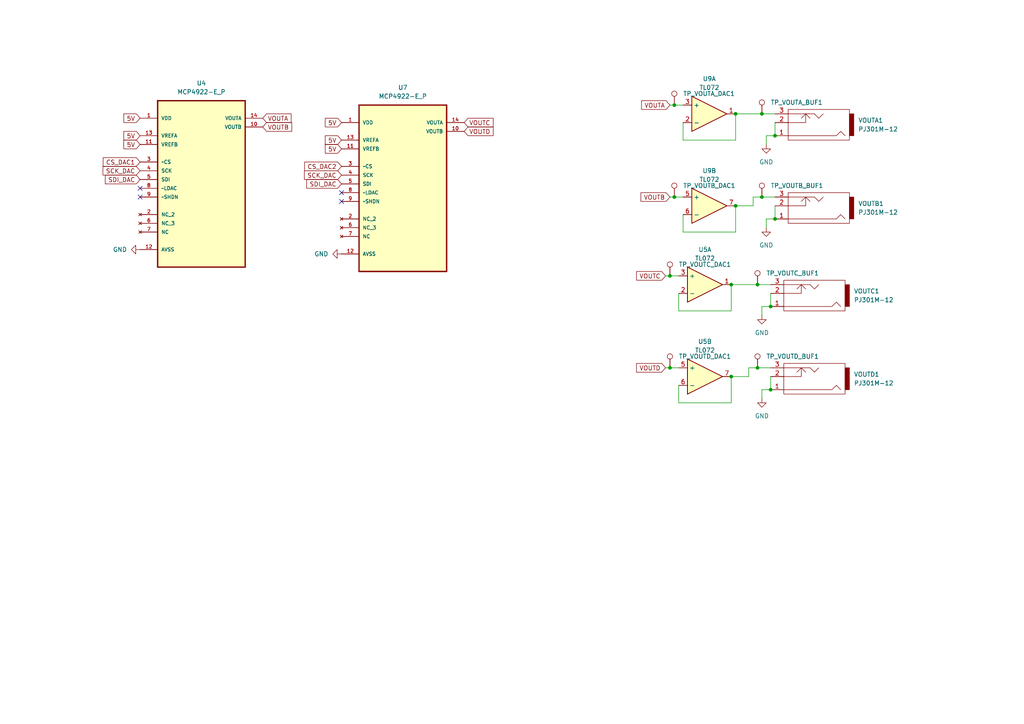
<source format=kicad_sch>
(kicad_sch (version 20231120) (generator "eeschema") (generator_version "8.0")
  (paper "A4")
  (lib_symbols
    (symbol "Connector:TestPoint" (pin_numbers hide) (pin_names (offset 0.762) hide)
      (property "Reference" "TP" (at 0 6.858 0))
      (property "Value" "TestPoint" (at 0 5.08 0))
      (symbol "TestPoint_0_1"
        (circle (center 0 3.302) (radius 0.762))
      )
      (symbol "TestPoint_1_1"
        (pin passive line (at 0 0 90) (length 2.54) (name "1") (number "1"))
      )
    )
    (symbol "MCP4922:MCP4922-E_P" (pin_names (offset 1.016))
      (property "Reference" "U" (at -4.5299 22.7766 0))
      (property "Value" "MCP4922-E_P" (at -6.1723 -32.2075 0))
      (symbol "MCP4922-E_P_0_0"
        (rectangle (start -12.7 -27.94) (end 12.7 20.32) (stroke (width 0.4064)) (fill (type background)))
        (pin power_in line (at -17.78 15.24 0) (length 5.08) (name "VDD") (number "1"))
        (pin output line (at 17.78 12.7 180) (length 5.08) (name "VOUTB") (number "10"))
        (pin input line (at -17.78 7.62 0) (length 5.08) (name "VREFB") (number "11"))
        (pin power_in line (at -17.78 -22.86 0) (length 5.08) (name "AVSS") (number "12"))
        (pin input line (at -17.78 10.16 0) (length 5.08) (name "VREFA") (number "13"))
        (pin output line (at 17.78 15.24 180) (length 5.08) (name "VOUTA") (number "14"))
        (pin no_connect line (at -17.78 -12.7 0) (length 5.08) (name "NC_2") (number "2"))
        (pin input line (at -17.78 2.54 0) (length 5.08) (name "~CS") (number "3"))
        (pin input line (at -17.78 0 0) (length 5.08) (name "SCK") (number "4"))
        (pin input line (at -17.78 -2.54 0) (length 5.08) (name "SDI") (number "5"))
        (pin no_connect line (at -17.78 -15.24 0) (length 5.08) (name "NC_3") (number "6"))
        (pin no_connect line (at -17.78 -17.78 0) (length 5.08) (name "NC") (number "7"))
        (pin input line (at -17.78 -5.08 0) (length 5.08) (name "~LDAC") (number "8"))
        (pin input line (at -17.78 -7.62 0) (length 5.08) (name "~SHDN") (number "9"))
      )
    )
    (symbol "PCM_4ms_IC:TL072"
      (property "Reference" "U" (at 2.54 5.08 0))
      (property "Value" "TL072" (at 2.54 -3.81 0))
      (symbol "TL072_1_1"
        (polyline (pts (xy -5.08 5.08) (xy 5.08 0) (xy -5.08 -5.08) (xy -5.08 5.08)) (stroke (width 0.254)) (fill (type background)))
        (pin output line (at 7.62 0 180) (length 2.54) (name "~") (number "1"))
        (pin input line (at -7.62 -2.54 0) (length 2.54) (name "-") (number "2"))
        (pin input line (at -7.62 2.54 0) (length 2.54) (name "+") (number "3"))
      )
      (symbol "TL072_2_1"
        (polyline (pts (xy -5.08 5.08) (xy 5.08 0) (xy -5.08 -5.08) (xy -5.08 5.08)) (stroke (width 0.254)) (fill (type background)))
        (pin input line (at -7.62 2.54 0) (length 2.54) (name "+") (number "5"))
        (pin input line (at -7.62 -2.54 0) (length 2.54) (name "-") (number "6"))
        (pin output line (at 7.62 0 180) (length 2.54) (name "~") (number "7"))
      )
      (symbol "TL072_3_1"
        (rectangle (start -2.54 3.81) (end 2.54 -3.81) (fill (type background)))
        (pin power_in line (at 0 -6.35 90) (length 2.54) (name "V-") (number "4"))
        (pin power_in line (at 0 6.35 270) (length 2.54) (name "V+") (number "8"))
      )
    )
    (symbol "eurocad:PJ301M-12" (pin_names (offset 1.016))
      (property "Reference" "J" (at -8.89 -5.08 0))
      (property "Value" "PJ301M-12" (at -3.81 6.35 0))
      (symbol "PJ301M-12_0_1"
        (rectangle (start -11.43 3.81) (end -10.16 -2.54) (fill (type outline)))
        (polyline (pts (xy 3.81 0) (xy 7.62 0) (xy 7.62 0)))
        (polyline (pts (xy 0 -2.54) (xy -1.27 -1.27) (xy -2.54 -2.54) (xy -2.54 -2.54)))
        (polyline (pts (xy 0 -2.54) (xy 7.62 -2.54) (xy 7.62 -2.54) (xy 7.62 -2.54)))
        (polyline (pts (xy 1.27 -1.27) (xy 2.54 -2.54) (xy 3.81 -1.27) (xy 3.81 -1.27)))
        (polyline (pts (xy 3.81 0) (xy 2.54 0) (xy 2.54 -2.54) (xy 2.54 -2.54)))
        (polyline (pts (xy 7.62 3.81) (xy -6.35 3.81) (xy -7.62 2.54) (xy -8.89 3.81) (xy -8.89 3.81)))
        (rectangle (start 7.62 -3.81) (end -10.16 5.08))
      )
      (symbol "PJ301M-12_1_1"
        (pin passive line (at 11.43 3.81 180) (length 3.81) (name "~") (number "1"))
        (pin passive line (at 11.43 0 180) (length 3.81) (name "~") (number "2"))
        (pin passive line (at 11.43 -2.54 180) (length 3.81) (name "~") (number "3"))
      )
    )
    (symbol "power:GND" (power) (pin_numbers hide) (pin_names (offset 0) hide)
      (property "Value" "GND" (at 0 -3.81 0))
      (symbol "GND_0_1"
        (polyline (pts (xy 0 0) (xy 0 -1.27) (xy 1.27 -1.27) (xy 0 -2.54) (xy -1.27 -1.27) (xy 0 -1.27)))
      )
      (symbol "GND_1_1"
        (pin power_in line (at 0 0 270) (length 0) (name "~") (number "1"))
      )
    )
  )
  (junction (at 212.09 82.55))
  (junction (at 194.31 106.68))
  (junction (at 224.79 39.37))
  (junction (at 219.71 82.55))
  (junction (at 219.71 106.68))
  (junction (at 213.36 59.69))
  (junction (at 213.36 33.02))
  (junction (at 223.52 88.9))
  (junction (at 195.58 57.15))
  (junction (at 223.52 113.03))
  (junction (at 195.58 30.48))
  (junction (at 220.98 57.15))
  (junction (at 194.31 80.01))
  (junction (at 224.79 63.5))
  (junction (at 212.09 109.22))
  (junction (at 220.98 33.02))
  (no_connect (at 40.64 57.15))
  (no_connect (at 99.06 58.42))
  (no_connect (at 99.06 55.88))
  (no_connect (at 40.64 54.61))
  (wire (pts (xy 219.71 106.68) (xy 223.52 106.68)))
  (wire (pts (xy 217.17 106.68) (xy 219.71 106.68)))
  (wire (pts (xy 224.79 39.37) (xy 224.79 35.56)))
  (wire (pts (xy 212.09 90.17) (xy 212.09 82.55)))
  (wire (pts (xy 194.31 57.15) (xy 195.58 57.15)))
  (wire (pts (xy 196.85 90.17) (xy 212.09 90.17)))
  (wire (pts (xy 198.12 40.64) (xy 213.36 40.64)))
  (wire (pts (xy 196.85 116.84) (xy 196.85 111.76)))
  (wire (pts (xy 213.36 67.31) (xy 198.12 67.31)))
  (wire (pts (xy 224.79 63.5) (xy 224.79 59.69)))
  (wire (pts (xy 218.44 59.69) (xy 218.44 57.15)))
  (wire (pts (xy 220.98 33.02) (xy 224.79 33.02)))
  (wire (pts (xy 212.09 116.84) (xy 196.85 116.84)))
  (wire (pts (xy 219.71 82.55) (xy 223.52 82.55)))
  (wire (pts (xy 222.25 63.5) (xy 224.79 63.5)))
  (wire (pts (xy 194.31 30.48) (xy 195.58 30.48)))
  (wire (pts (xy 222.25 66.04) (xy 222.25 63.5)))
  (wire (pts (xy 212.09 82.55) (xy 219.71 82.55)))
  (wire (pts (xy 213.36 59.69) (xy 213.36 67.31)))
  (wire (pts (xy 212.09 109.22) (xy 212.09 116.84)))
  (wire (pts (xy 217.17 109.22) (xy 217.17 106.68)))
  (wire (pts (xy 220.98 57.15) (xy 224.79 57.15)))
  (wire (pts (xy 222.25 41.91) (xy 222.25 39.37)))
  (wire (pts (xy 193.04 80.01) (xy 194.31 80.01)))
  (wire (pts (xy 213.36 40.64) (xy 213.36 33.02)))
  (wire (pts (xy 222.25 39.37) (xy 224.79 39.37)))
  (wire (pts (xy 212.09 109.22) (xy 217.17 109.22)))
  (wire (pts (xy 220.98 88.9) (xy 223.52 88.9)))
  (wire (pts (xy 223.52 88.9) (xy 223.52 85.09)))
  (wire (pts (xy 195.58 57.15) (xy 198.12 57.15)))
  (wire (pts (xy 220.98 115.57) (xy 220.98 113.03)))
  (wire (pts (xy 213.36 59.69) (xy 218.44 59.69)))
  (wire (pts (xy 198.12 67.31) (xy 198.12 62.23)))
  (wire (pts (xy 223.52 113.03) (xy 223.52 109.22)))
  (wire (pts (xy 194.31 106.68) (xy 196.85 106.68)))
  (wire (pts (xy 220.98 91.44) (xy 220.98 88.9)))
  (wire (pts (xy 198.12 35.56) (xy 198.12 40.64)))
  (wire (pts (xy 195.58 30.48) (xy 198.12 30.48)))
  (wire (pts (xy 213.36 33.02) (xy 220.98 33.02)))
  (wire (pts (xy 220.98 113.03) (xy 223.52 113.03)))
  (wire (pts (xy 193.04 106.68) (xy 194.31 106.68)))
  (wire (pts (xy 218.44 57.15) (xy 220.98 57.15)))
  (wire (pts (xy 196.85 85.09) (xy 196.85 90.17)))
  (wire (pts (xy 194.31 80.01) (xy 196.85 80.01)))
  (global_label "VOUTC" (shape input) (at 134.62 35.56 0) (property "Intersheetrefs" "${INTERSHEET_REFS}" (effects (hide yes))))
  (global_label "5V" (shape input) (at 99.06 40.64 180) (property "Intersheetrefs" "${INTERSHEET_REFS}" (effects (hide yes))))
  (global_label "VOUTC" (shape input) (at 193.04 80.01 180) (property "Intersheetrefs" "${INTERSHEET_REFS}" (effects (hide yes))))
  (global_label "CS_DAC2" (shape input) (at 99.06 48.26 180) (property "Intersheetrefs" "${INTERSHEET_REFS}" (effects (hide yes))))
  (global_label "SCK_DAC" (shape input) (at 99.06 50.8 180) (property "Intersheetrefs" "${INTERSHEET_REFS}" (effects (hide yes))))
  (global_label "5V" (shape input) (at 40.64 34.29 180) (property "Intersheetrefs" "${INTERSHEET_REFS}" (effects (hide yes))))
  (global_label "VOUTD" (shape input) (at 193.04 106.68 180) (property "Intersheetrefs" "${INTERSHEET_REFS}" (effects (hide yes))))
  (global_label "VOUTB" (shape input) (at 194.31 57.15 180) (property "Intersheetrefs" "${INTERSHEET_REFS}" (effects (hide yes))))
  (global_label "SDI_DAC" (shape input) (at 99.06 53.34 180) (property "Intersheetrefs" "${INTERSHEET_REFS}" (effects (hide yes))))
  (global_label "VOUTD" (shape input) (at 134.62 38.1 0) (property "Intersheetrefs" "${INTERSHEET_REFS}" (effects (hide yes))))
  (global_label "VOUTA" (shape input) (at 76.2 34.29 0) (property "Intersheetrefs" "${INTERSHEET_REFS}" (effects (hide yes))))
  (global_label "SCK_DAC" (shape input) (at 40.64 49.53 180) (property "Intersheetrefs" "${INTERSHEET_REFS}" (effects (hide yes))))
  (global_label "VOUTB" (shape input) (at 76.2 36.83 0) (property "Intersheetrefs" "${INTERSHEET_REFS}" (effects (hide yes))))
  (global_label "CS_DAC1" (shape input) (at 40.64 46.99 180) (property "Intersheetrefs" "${INTERSHEET_REFS}" (effects (hide yes))))
  (global_label "5V" (shape input) (at 40.64 39.37 180) (property "Intersheetrefs" "${INTERSHEET_REFS}" (effects (hide yes))))
  (global_label "5V" (shape input) (at 40.64 41.91 180) (property "Intersheetrefs" "${INTERSHEET_REFS}" (effects (hide yes))))
  (global_label "5V" (shape input) (at 99.06 43.18 180) (property "Intersheetrefs" "${INTERSHEET_REFS}" (effects (hide yes))))
  (global_label "VOUTA" (shape input) (at 194.31 30.48 180) (property "Intersheetrefs" "${INTERSHEET_REFS}" (effects (hide yes))))
  (global_label "SDI_DAC" (shape input) (at 40.64 52.07 180) (property "Intersheetrefs" "${INTERSHEET_REFS}" (effects (hide yes))))
  (global_label "5V" (shape input) (at 99.06 35.56 180) (property "Intersheetrefs" "${INTERSHEET_REFS}" (effects (hide yes))))
  (symbol (lib_id "Connector:TestPoint") (at 219.71 82.55 0) (unit 1)
    (property "Reference" "TP_VOUTC_BUF1" (at 222.25 79.2479 0) (effects (justify left)))
    (property "Value" "TestPoint" (effects (hide yes)))
    (property "Footprint" "TestPoint:TestPoint_Keystone_5005-5009_Compact" (effects (hide yes)))
    (property "Description" "test point" (effects (hide yes)))
  )
  (symbol (lib_id "power:GND") (at 40.64 72.39 270) (unit 1)
    (property "Reference" "#PWR07" (effects (hide yes)))
    (property "Value" "GND" (at 36.83 72.3899 90) (effects (justify right)))
    (property "Description" "Power symbol creates a global label with name \"GND\" , ground" (effects (hide yes)))
  )
  (symbol (lib_id "Connector:TestPoint") (at 194.31 106.68 0) (unit 1)
    (property "Reference" "TP_VOUTD_DAC1" (at 196.85 103.3779 0) (effects (justify left)))
    (property "Value" "TestPoint" (effects (hide yes)))
    (property "Footprint" "TestPoint:TestPoint_Keystone_5005-5009_Compact" (effects (hide yes)))
    (property "Description" "test point" (effects (hide yes)))
  )
  (symbol (lib_id "power:GND") (at 222.25 66.04 0) (unit 1)
    (property "Reference" "#PWR027" (effects (hide yes)))
    (property "Value" "GND" (at 222.25 71.12 0))
    (property "Description" "Power symbol creates a global label with name \"GND\" , ground" (effects (hide yes)))
  )
  (symbol (lib_id "Connector:TestPoint") (at 195.58 30.48 0) (unit 1)
    (property "Reference" "TP_VOUTA_DAC1" (at 198.12 27.1779 0) (effects (justify left)))
    (property "Value" "TestPoint" (effects (hide yes)))
    (property "Footprint" "TestPoint:TestPoint_Keystone_5005-5009_Compact" (effects (hide yes)))
    (property "Description" "test point" (effects (hide yes)))
  )
  (symbol (lib_id "MCP4922:MCP4922-E_P") (at 58.42 49.53 0) (unit 1)
    (property "Reference" "U4" (at 58.42 24.13 0))
    (property "Value" "MCP4922-E_P" (at 58.42 26.67 0))
    (property "Footprint" "MCP4922:DIP254P762X533-14" (effects (hide yes)))
    (property "MF" "Microchip" (effects (hide yes)))
    (property "Description_1" "\n                        \n                            Microchip MCP4922-E/P, 2-channel 12 bit Serial DAC, 14-Pin PDIP | Microchip Technology Inc. MCP4922-E/P\n                        \n" (effects (hide yes)))
    (property "PACKAGE" "DIP-14" (effects (hide yes)))
    (property "MPN" "MCP4922-E/P" (effects (hide yes)))
    (property "Price" "None" (effects (hide yes)))
    (property "Package" "DIP-14 Microchip" (effects (hide yes)))
    (property "OC_FARNELL" "1292244" (effects (hide yes)))
    (property "SnapEDA_Link" "https://www.snapeda.com/parts/MCP4922-E/P/Microchip/view-part/?ref=snap" (effects (hide yes)))
    (property "MP" "MCP4922-E/P" (effects (hide yes)))
    (property "SUPPLIER" "Microchip" (effects (hide yes)))
    (property "OC_NEWARK" "61K2950" (effects (hide yes)))
    (property "Availability" "In Stock" (effects (hide yes)))
    (property "Check_prices" "https://www.snapeda.com/parts/MCP4922-E/P/Microchip/view-part/?ref=eda" (effects (hide yes)))
  )
  (symbol (lib_id "eurocad:PJ301M-12") (at 236.22 59.69 180) (unit 1)
    (property "Reference" "VOUTB1" (at 248.92 59.0549 0) (effects (justify right)))
    (property "Value" "PJ301M-12" (at 248.92 61.5949 0) (effects (justify right)))
    (property "Footprint" "Eurocad:PJ301M-12" (effects (hide yes)))
  )
  (symbol (lib_id "PCM_4ms_IC:TL072") (at 205.74 33.02 0) (unit 1)
    (property "Reference" "U9" (at 205.74 22.86 0))
    (property "Value" "TL072" (at 205.74 25.4 0))
    (property "Footprint" "4ms_Package_SSOP:TSSOP-8_4.4x3mm_Pitch0.65mm" (effects (hide yes)))
    (property "Description" "TL072 Dual Opamp TSSOP-8" (effects (hide yes)))
    (property "Specifications" "TL072 Dual Opamp" (effects (hide yes)))
    (property "JLCPCB ID" "C90748" (effects (hide yes)))
  )
  (symbol (lib_id "Connector:TestPoint") (at 220.98 57.15 0) (unit 1)
    (property "Reference" "TP_VOUTB_BUF1" (at 223.52 53.8479 0) (effects (justify left)))
    (property "Value" "TestPoint" (effects (hide yes)))
    (property "Footprint" "TestPoint:TestPoint_Keystone_5005-5009_Compact" (effects (hide yes)))
    (property "Description" "test point" (effects (hide yes)))
  )
  (symbol (lib_id "PCM_4ms_IC:TL072") (at 205.74 59.69 0) (unit 2)
    (property "Reference" "U9" (at 205.74 49.53 0))
    (property "Value" "TL072" (at 205.74 52.07 0))
    (property "Footprint" "4ms_Package_SSOP:TSSOP-8_4.4x3mm_Pitch0.65mm" (effects (hide yes)))
    (property "Description" "TL072 Dual Opamp TSSOP-8" (effects (hide yes)))
    (property "Specifications" "TL072 Dual Opamp" (effects (hide yes)))
    (property "JLCPCB ID" "C90748" (effects (hide yes)))
  )
  (symbol (lib_id "eurocad:PJ301M-12") (at 234.95 109.22 180) (unit 1)
    (property "Reference" "VOUTD1" (at 247.65 108.5849 0) (effects (justify right)))
    (property "Value" "PJ301M-12" (at 247.65 111.1249 0) (effects (justify right)))
    (property "Footprint" "Eurocad:PJ301M-12" (effects (hide yes)))
  )
  (symbol (lib_id "PCM_4ms_IC:TL072") (at 204.47 82.55 0) (unit 1)
    (property "Reference" "U5" (at 204.47 72.39 0))
    (property "Value" "TL072" (at 204.47 74.93 0))
    (property "Footprint" "4ms_Package_SSOP:TSSOP-8_4.4x3mm_Pitch0.65mm" (effects (hide yes)))
    (property "Description" "TL072 Dual Opamp TSSOP-8" (effects (hide yes)))
    (property "Specifications" "TL072 Dual Opamp" (effects (hide yes)))
    (property "JLCPCB ID" "C90748" (effects (hide yes)))
  )
  (symbol (lib_id "power:GND") (at 222.25 41.91 0) (unit 1)
    (property "Reference" "#PWR026" (effects (hide yes)))
    (property "Value" "GND" (at 222.25 46.99 0))
    (property "Description" "Power symbol creates a global label with name \"GND\" , ground" (effects (hide yes)))
  )
  (symbol (lib_id "power:GND") (at 220.98 91.44 0) (unit 1)
    (property "Reference" "#PWR021" (effects (hide yes)))
    (property "Value" "GND" (at 220.98 96.52 0))
    (property "Description" "Power symbol creates a global label with name \"GND\" , ground" (effects (hide yes)))
  )
  (symbol (lib_id "power:GND") (at 220.98 115.57 0) (unit 1)
    (property "Reference" "#PWR022" (effects (hide yes)))
    (property "Value" "GND" (at 220.98 120.65 0))
    (property "Description" "Power symbol creates a global label with name \"GND\" , ground" (effects (hide yes)))
  )
  (symbol (lib_id "eurocad:PJ301M-12") (at 234.95 85.09 180) (unit 1)
    (property "Reference" "VOUTC1" (at 247.65 84.4549 0) (effects (justify right)))
    (property "Value" "PJ301M-12" (at 247.65 86.9949 0) (effects (justify right)))
    (property "Footprint" "Eurocad:PJ301M-12" (effects (hide yes)))
  )
  (symbol (lib_id "Connector:TestPoint") (at 219.71 106.68 0) (unit 1)
    (property "Reference" "TP_VOUTD_BUF1" (at 222.25 103.3779 0) (effects (justify left)))
    (property "Value" "TestPoint" (effects (hide yes)))
    (property "Footprint" "TestPoint:TestPoint_Keystone_5005-5009_Compact" (effects (hide yes)))
    (property "Description" "test point" (effects (hide yes)))
  )
  (symbol (lib_id "Connector:TestPoint") (at 194.31 80.01 0) (unit 1)
    (property "Reference" "TP_VOUTC_DAC1" (at 196.85 76.7079 0) (effects (justify left)))
    (property "Value" "TestPoint" (effects (hide yes)))
    (property "Footprint" "TestPoint:TestPoint_Keystone_5005-5009_Compact" (effects (hide yes)))
    (property "Description" "test point" (effects (hide yes)))
  )
  (symbol (lib_id "MCP4922:MCP4922-E_P") (at 116.84 50.8 0) (unit 1)
    (property "Reference" "U7" (at 116.84 25.4 0))
    (property "Value" "MCP4922-E_P" (at 116.84 27.94 0))
    (property "Footprint" "MCP4922:DIP254P762X533-14" (effects (hide yes)))
    (property "MF" "Microchip" (effects (hide yes)))
    (property "Description_1" "\n                        \n                            Microchip MCP4922-E/P, 2-channel 12 bit Serial DAC, 14-Pin PDIP | Microchip Technology Inc. MCP4922-E/P\n                        \n" (effects (hide yes)))
    (property "PACKAGE" "DIP-14" (effects (hide yes)))
    (property "MPN" "MCP4922-E/P" (effects (hide yes)))
    (property "Price" "None" (effects (hide yes)))
    (property "Package" "DIP-14 Microchip" (effects (hide yes)))
    (property "OC_FARNELL" "1292244" (effects (hide yes)))
    (property "SnapEDA_Link" "https://www.snapeda.com/parts/MCP4922-E/P/Microchip/view-part/?ref=snap" (effects (hide yes)))
    (property "MP" "MCP4922-E/P" (effects (hide yes)))
    (property "SUPPLIER" "Microchip" (effects (hide yes)))
    (property "OC_NEWARK" "61K2950" (effects (hide yes)))
    (property "Availability" "In Stock" (effects (hide yes)))
    (property "Check_prices" "https://www.snapeda.com/parts/MCP4922-E/P/Microchip/view-part/?ref=eda" (effects (hide yes)))
  )
  (symbol (lib_id "power:GND") (at 99.06 73.66 270) (unit 1)
    (property "Reference" "#PWR08" (effects (hide yes)))
    (property "Value" "GND" (at 95.25 73.6599 90) (effects (justify right)))
    (property "Description" "Power symbol creates a global label with name \"GND\" , ground" (effects (hide yes)))
  )
  (symbol (lib_id "Connector:TestPoint") (at 195.58 57.15 0) (unit 1)
    (property "Reference" "TP_VOUTB_DAC1" (at 198.12 53.8479 0) (effects (justify left)))
    (property "Value" "TestPoint" (effects (hide yes)))
    (property "Footprint" "TestPoint:TestPoint_Keystone_5005-5009_Compact" (effects (hide yes)))
    (property "Description" "test point" (effects (hide yes)))
  )
  (symbol (lib_id "Connector:TestPoint") (at 220.98 33.02 0) (unit 1)
    (property "Reference" "TP_VOUTA_BUF1" (at 223.52 29.7179 0) (effects (justify left)))
    (property "Value" "TestPoint" (effects (hide yes)))
    (property "Footprint" "TestPoint:TestPoint_Keystone_5005-5009_Compact" (effects (hide yes)))
    (property "Description" "test point" (effects (hide yes)))
  )
  (symbol (lib_id "PCM_4ms_IC:TL072") (at 204.47 109.22 0) (unit 2)
    (property "Reference" "U5" (at 204.47 99.06 0))
    (property "Value" "TL072" (at 204.47 101.6 0))
    (property "Footprint" "4ms_Package_SSOP:TSSOP-8_4.4x3mm_Pitch0.65mm" (effects (hide yes)))
    (property "Description" "TL072 Dual Opamp TSSOP-8" (effects (hide yes)))
    (property "Specifications" "TL072 Dual Opamp" (effects (hide yes)))
    (property "JLCPCB ID" "C90748" (effects (hide yes)))
  )
  (symbol (lib_id "eurocad:PJ301M-12") (at 236.22 35.56 180) (unit 1)
    (property "Reference" "VOUTA1" (at 248.92 34.9249 0) (effects (justify right)))
    (property "Value" "PJ301M-12" (at 248.92 37.4649 0) (effects (justify right)))
    (property "Footprint" "Eurocad:PJ301M-12" (effects (hide yes)))
  )
)
</source>
